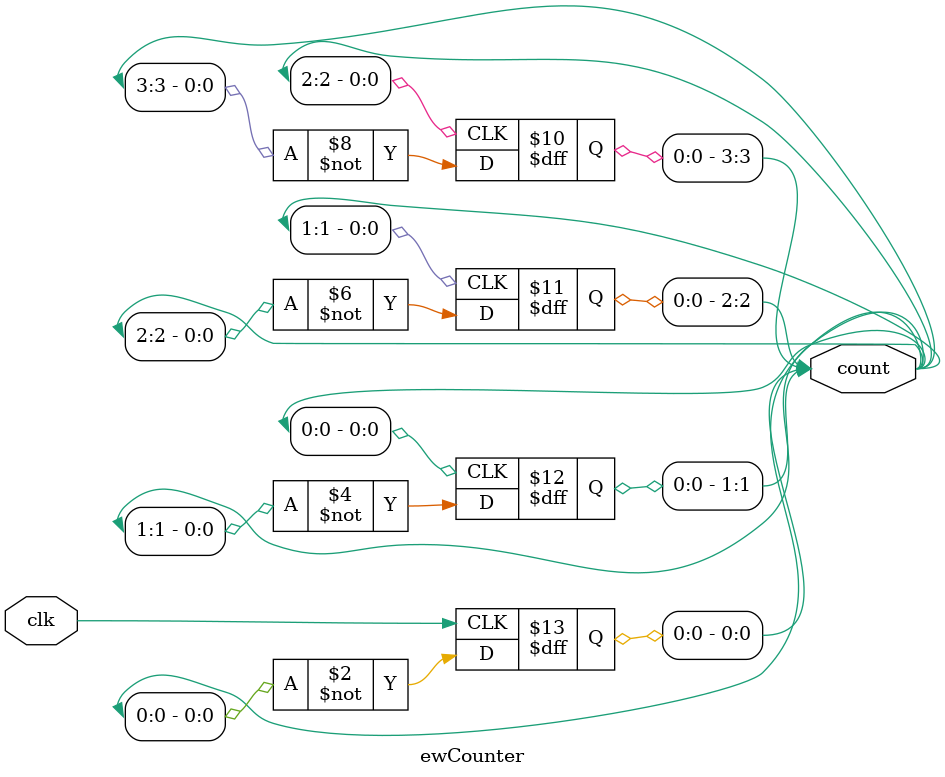
<source format=v>
`timescale 1ns / 1ps


/*
    A Counter for the East-West Traffic Light
    Counts from 0-15
*/
module ewCounter
(
    input clk,
    output [3:0] count
);

  wire clk;
  reg[3:0] count;

  initial
    	count = 0;

  always @ ( negedge clk )
    		count[0] <= ~count[0];

  always @ ( negedge count[0] )
    		count[1] <= ~count[1];

  always @ ( negedge count[1] )
    		count[2] <= ~count[2];

  always @ ( negedge count[2] )
    		count[3] <= ~count[3];

endmodule
</source>
